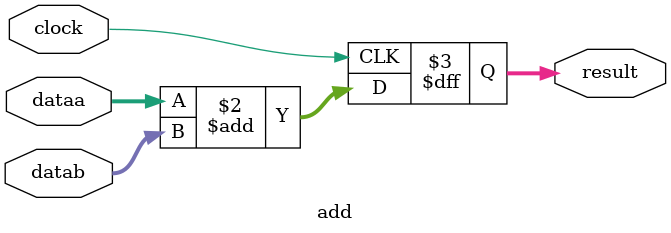
<source format=v>
module adder_tree #(
    parameter N = 3,
    parameter DATA_WIDTH = 16,
    parameter RESULT_WIDTH = ((N - 1) < 2 ** $clog2(N)) ? DATA_WIDTH + $clog2(N) : DATA_WIDTH + $clog2(N) + 1
) (
    input clock,
    input [(DATA_WIDTH*N)-1:0] data,
    output signed [RESULT_WIDTH-1:0] result
);
    generate
        if (N == 2) begin : gen_only2
            add #(
                .DATAA_WIDTH (DATA_WIDTH),
                .DATAB_WIDTH (DATA_WIDTH),
                .RESULT_WIDTH(RESULT_WIDTH)
            ) add_inst (
                .clock    (clock),
                .dataa    (data[0+:DATA_WIDTH]),
                .datab    (data[DATA_WIDTH+:DATA_WIDTH]),
                .result   (result)
            );
        end else begin : gen_recurse
            localparam RES_WIDTH = (RESULT_WIDTH > DATA_WIDTH + 1) ? DATA_WIDTH + 1 : RESULT_WIDTH;
            localparam RESULTS = (N % 2 == 0) ? N / 2 : N / 2 + 1;

            wire signed [(RES_WIDTH*RESULTS)-1:0] res;

            add_pairs #(
                .N           (N),
                .DATA_WIDTH  (DATA_WIDTH),
                .RESULT_WIDTH(RES_WIDTH)
            ) add_pairs_inst (
                .clock    (clock),
                .data     (data),
                .result   (res)
            );

            adder_tree #(
                .N         (RESULTS),
                .DATA_WIDTH(RES_WIDTH)
            ) adder_tree_inst (
                .clock    (clock),
                .data     (res),
                .result   (result)
            );
        end
    endgenerate
    /*
`ifdef COCOTB_SIM
    initial begin
        $dumpfile("adder_tree.lxt2");
        $dumpvars;
    end
`endif  // COCOTB_SIM
*/

endmodule

//////////////////////
module add_pairs #(
    parameter N = 32,
    parameter DATA_WIDTH = 18,
    parameter RESULT_WIDTH = DATA_WIDTH + 1,
    parameter RESULTS = (N % 2 == 0) ? N / 2 : N / 2 + 1
) (
    input clock,
    input [(DATA_WIDTH*N)-1:0] data,
    output [(RESULT_WIDTH*RESULTS)-1:0] result
);
    genvar i;

    generate
        for (i = 0; i < N/2; i = i +1) begin : gen_adder
            add #(
                .DATAA_WIDTH (DATA_WIDTH),
                .DATAB_WIDTH (DATA_WIDTH),
                .RESULT_WIDTH(RESULT_WIDTH)
            ) add_inst (
                .clock,
                //.dataa (data[(2*i*DATA_WIDTH)+DATA_WIDTH-1:(2*i*DATA_WIDTH)]),
                //.datab (data[(2*i*DATA_WIDTH)+(2*DATA_WIDTH)-1:(2*i*DATA_WIDTH)+DATA_WIDTH]),
                //.result(result[(RESULT_WIDTH*i)+RESULT_WIDTH-1:(RESULT_WIDTH*i)])
                .dataa (data[(2*i*DATA_WIDTH)+:DATA_WIDTH]),
                .datab (data[(2*i*DATA_WIDTH)+DATA_WIDTH+:DATA_WIDTH]),
                .result(result[(RESULT_WIDTH*i)+:RESULT_WIDTH])
            );
        end

        if (RESULTS == N / 2 + 1) begin: gen_single
            reg [RESULT_WIDTH-1:0] res;

            always @(posedge clock) res <= $signed(data[(DATA_WIDTH*N)-1:(DATA_WIDTH*N)-DATA_WIDTH]);

            assign result[(RESULT_WIDTH*RESULTS)-1:(RESULT_WIDTH*RESULTS)-RESULT_WIDTH] = res;
        end
    endgenerate
endmodule

//////////////////////
module add #(
    parameter DATAA_WIDTH = 16,
    parameter DATAB_WIDTH = 17,
    parameter RESULT_WIDTH = (DATAA_WIDTH > DATAB_WIDTH) ? DATAA_WIDTH + 1 : DATAB_WIDTH + 1
) (
    input clock,
    input signed [DATAA_WIDTH-1:0] dataa,
    input signed [DATAB_WIDTH-1:0] datab,
    output reg signed [RESULT_WIDTH-1:0] result
);
    always @(posedge clock) begin
            result <= dataa + datab;
    end
endmodule

</source>
